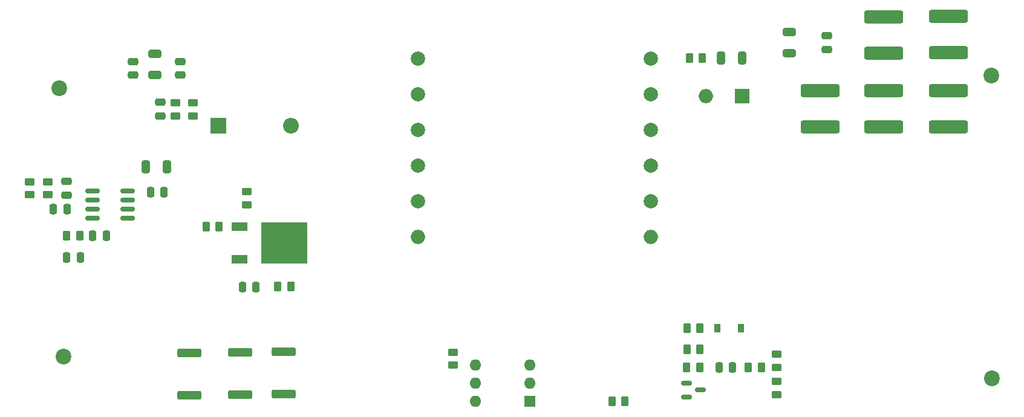
<source format=gbr>
%TF.GenerationSoftware,KiCad,Pcbnew,(6.0.10)*%
%TF.CreationDate,2023-06-11T20:59:40+03:00*%
%TF.ProjectId,flyback,666c7962-6163-46b2-9e6b-696361645f70,rev?*%
%TF.SameCoordinates,Original*%
%TF.FileFunction,Soldermask,Top*%
%TF.FilePolarity,Negative*%
%FSLAX46Y46*%
G04 Gerber Fmt 4.6, Leading zero omitted, Abs format (unit mm)*
G04 Created by KiCad (PCBNEW (6.0.10)) date 2023-06-11 20:59:40*
%MOMM*%
%LPD*%
G01*
G04 APERTURE LIST*
G04 Aperture macros list*
%AMRoundRect*
0 Rectangle with rounded corners*
0 $1 Rounding radius*
0 $2 $3 $4 $5 $6 $7 $8 $9 X,Y pos of 4 corners*
0 Add a 4 corners polygon primitive as box body*
4,1,4,$2,$3,$4,$5,$6,$7,$8,$9,$2,$3,0*
0 Add four circle primitives for the rounded corners*
1,1,$1+$1,$2,$3*
1,1,$1+$1,$4,$5*
1,1,$1+$1,$6,$7*
1,1,$1+$1,$8,$9*
0 Add four rect primitives between the rounded corners*
20,1,$1+$1,$2,$3,$4,$5,0*
20,1,$1+$1,$4,$5,$6,$7,0*
20,1,$1+$1,$6,$7,$8,$9,0*
20,1,$1+$1,$8,$9,$2,$3,0*%
G04 Aperture macros list end*
%ADD10RoundRect,0.250000X-2.450000X0.650000X-2.450000X-0.650000X2.450000X-0.650000X2.450000X0.650000X0*%
%ADD11RoundRect,0.250000X-0.325000X-0.650000X0.325000X-0.650000X0.325000X0.650000X-0.325000X0.650000X0*%
%ADD12RoundRect,0.250000X-0.250000X-0.475000X0.250000X-0.475000X0.250000X0.475000X-0.250000X0.475000X0*%
%ADD13C,2.200000*%
%ADD14RoundRect,0.250000X-0.650000X0.325000X-0.650000X-0.325000X0.650000X-0.325000X0.650000X0.325000X0*%
%ADD15RoundRect,0.250000X-0.450000X0.262500X-0.450000X-0.262500X0.450000X-0.262500X0.450000X0.262500X0*%
%ADD16RoundRect,0.250000X0.475000X-0.250000X0.475000X0.250000X-0.475000X0.250000X-0.475000X-0.250000X0*%
%ADD17RoundRect,0.250000X0.250000X0.475000X-0.250000X0.475000X-0.250000X-0.475000X0.250000X-0.475000X0*%
%ADD18RoundRect,0.250000X-0.475000X0.250000X-0.475000X-0.250000X0.475000X-0.250000X0.475000X0.250000X0*%
%ADD19RoundRect,0.250000X0.325000X0.650000X-0.325000X0.650000X-0.325000X-0.650000X0.325000X-0.650000X0*%
%ADD20RoundRect,0.250000X0.262500X0.450000X-0.262500X0.450000X-0.262500X-0.450000X0.262500X-0.450000X0*%
%ADD21RoundRect,0.150000X-0.825000X-0.150000X0.825000X-0.150000X0.825000X0.150000X-0.825000X0.150000X0*%
%ADD22RoundRect,0.250000X2.450000X-0.650000X2.450000X0.650000X-2.450000X0.650000X-2.450000X-0.650000X0*%
%ADD23RoundRect,0.250000X-1.425000X0.362500X-1.425000X-0.362500X1.425000X-0.362500X1.425000X0.362500X0*%
%ADD24R,0.900000X1.200000*%
%ADD25RoundRect,0.250000X0.450000X-0.262500X0.450000X0.262500X-0.450000X0.262500X-0.450000X-0.262500X0*%
%ADD26R,1.600000X1.600000*%
%ADD27O,1.600000X1.600000*%
%ADD28RoundRect,0.250000X-0.262500X-0.450000X0.262500X-0.450000X0.262500X0.450000X-0.262500X0.450000X0*%
%ADD29R,2.200000X2.200000*%
%ADD30O,2.200000X2.200000*%
%ADD31RoundRect,0.150000X-0.587500X-0.150000X0.587500X-0.150000X0.587500X0.150000X-0.587500X0.150000X0*%
%ADD32R,2.200000X1.200000*%
%ADD33R,6.400000X5.800000*%
%ADD34O,2.000000X2.000000*%
%ADD35C,2.000000*%
%ADD36R,2.000000X2.000000*%
G04 APERTURE END LIST*
D10*
%TO.C,C13*%
X220853000Y-65395000D03*
X220853000Y-70495000D03*
%TD*%
D11*
%TO.C,C12*%
X198042000Y-71120000D03*
X200992000Y-71120000D03*
%TD*%
D12*
%TO.C,C3*%
X110097250Y-95993000D03*
X111997250Y-95993000D03*
%TD*%
D13*
%TO.C,H2*%
X105435400Y-75412600D03*
%TD*%
D14*
%TO.C,C8*%
X118795800Y-70584800D03*
X118795800Y-73534800D03*
%TD*%
D15*
%TO.C,R6*%
X131699000Y-89891500D03*
X131699000Y-91716500D03*
%TD*%
%TO.C,R4*%
X121691400Y-77421100D03*
X121691400Y-79246100D03*
%TD*%
D16*
%TO.C,C2*%
X106459000Y-90339000D03*
X106459000Y-88439000D03*
%TD*%
D15*
%TO.C,R5*%
X124129800Y-77421100D03*
X124129800Y-79246100D03*
%TD*%
D17*
%TO.C,C5*%
X120101400Y-89916000D03*
X118201400Y-89916000D03*
%TD*%
D18*
%TO.C,C4*%
X115773200Y-71643200D03*
X115773200Y-73543200D03*
%TD*%
D13*
%TO.C,H3*%
X235864400Y-73558400D03*
%TD*%
D19*
%TO.C,C7*%
X120499400Y-86385400D03*
X117549400Y-86385400D03*
%TD*%
D18*
%TO.C,C19*%
X212877400Y-68036400D03*
X212877400Y-69936400D03*
%TD*%
%TO.C,C10*%
X119608600Y-77358200D03*
X119608600Y-79258200D03*
%TD*%
D20*
%TO.C,R16*%
X195120900Y-111912400D03*
X193295900Y-111912400D03*
%TD*%
D13*
%TO.C,H4*%
X236016800Y-116052600D03*
%TD*%
D21*
%TO.C,U1*%
X110072400Y-89789000D03*
X110072400Y-91059000D03*
X110072400Y-92329000D03*
X110072400Y-93599000D03*
X115022400Y-93599000D03*
X115022400Y-92329000D03*
X115022400Y-91059000D03*
X115022400Y-89789000D03*
%TD*%
D20*
%TO.C,R10*%
X137859100Y-103124000D03*
X136034100Y-103124000D03*
%TD*%
D15*
%TO.C,R1*%
X101252000Y-88476500D03*
X101252000Y-90301500D03*
%TD*%
%TO.C,R19*%
X205867000Y-116435500D03*
X205867000Y-118260500D03*
%TD*%
D22*
%TO.C,C15*%
X211963000Y-80782000D03*
X211963000Y-75682000D03*
%TD*%
D20*
%TO.C,R13*%
X184603400Y-119253000D03*
X182778400Y-119253000D03*
%TD*%
D23*
%TO.C,R9*%
X136880600Y-112328100D03*
X136880600Y-118253100D03*
%TD*%
D24*
%TO.C,D3*%
X197587600Y-108991400D03*
X200887600Y-108991400D03*
%TD*%
D25*
%TO.C,R11*%
X160578800Y-114171100D03*
X160578800Y-112346100D03*
%TD*%
D26*
%TO.C,U2*%
X171313000Y-119238000D03*
D27*
X171313000Y-116698000D03*
X171313000Y-114158000D03*
X163693000Y-114158000D03*
X163693000Y-116698000D03*
X163693000Y-119238000D03*
%TD*%
D28*
%TO.C,R20*%
X125985900Y-94767400D03*
X127810900Y-94767400D03*
%TD*%
D29*
%TO.C,D1*%
X127733000Y-80626000D03*
D30*
X137893000Y-80626000D03*
%TD*%
D14*
%TO.C,C20*%
X207645000Y-67486000D03*
X207645000Y-70436000D03*
%TD*%
D28*
%TO.C,R15*%
X193295900Y-108991400D03*
X195120900Y-108991400D03*
%TD*%
D13*
%TO.C,H1*%
X106019600Y-112928400D03*
%TD*%
D31*
%TO.C,U3*%
X193269000Y-116702800D03*
X193269000Y-118602800D03*
X195144000Y-117652800D03*
%TD*%
D12*
%TO.C,C14*%
X197805000Y-114477800D03*
X199705000Y-114477800D03*
%TD*%
D28*
%TO.C,R12*%
X193651500Y-71120000D03*
X195476500Y-71120000D03*
%TD*%
D23*
%TO.C,R8*%
X123672600Y-112455100D03*
X123672600Y-118380100D03*
%TD*%
D32*
%TO.C,Q1*%
X130623200Y-94773400D03*
D33*
X136923200Y-97053400D03*
D32*
X130623200Y-99333400D03*
%TD*%
D18*
%TO.C,C6*%
X122326400Y-71643200D03*
X122326400Y-73543200D03*
%TD*%
D28*
%TO.C,R17*%
X201906500Y-114477800D03*
X203731500Y-114477800D03*
%TD*%
D15*
%TO.C,R18*%
X205841600Y-112650900D03*
X205841600Y-114475900D03*
%TD*%
D22*
%TO.C,C17*%
X229870000Y-80782000D03*
X229870000Y-75682000D03*
%TD*%
D12*
%TO.C,C11*%
X131079200Y-103200200D03*
X132979200Y-103200200D03*
%TD*%
D28*
%TO.C,R3*%
X106451750Y-95993000D03*
X108276750Y-95993000D03*
%TD*%
D12*
%TO.C,C9*%
X104620000Y-92310000D03*
X106520000Y-92310000D03*
%TD*%
D34*
%TO.C,T1*%
X155629800Y-96186000D03*
D35*
X155629800Y-91186000D03*
X155629800Y-86186000D03*
X155629800Y-81186000D03*
X155629800Y-76186000D03*
X155629800Y-71186000D03*
X188229800Y-71186000D03*
X188229800Y-76186000D03*
X188229800Y-81186000D03*
X188229800Y-86186000D03*
X188229800Y-91186000D03*
D34*
X188229800Y-96186000D03*
%TD*%
D10*
%TO.C,C16*%
X229870000Y-65268000D03*
X229870000Y-70368000D03*
%TD*%
D25*
%TO.C,R2*%
X103792000Y-90301500D03*
X103792000Y-88476500D03*
%TD*%
D23*
%TO.C,R7*%
X130759200Y-112353500D03*
X130759200Y-118278500D03*
%TD*%
D28*
%TO.C,R14*%
X193270500Y-114477800D03*
X195095500Y-114477800D03*
%TD*%
D22*
%TO.C,C18*%
X220853000Y-80782000D03*
X220853000Y-75682000D03*
%TD*%
D12*
%TO.C,C1*%
X106459000Y-99041000D03*
X108359000Y-99041000D03*
%TD*%
D36*
%TO.C,D2*%
X201041000Y-76510000D03*
D34*
X195961000Y-76510000D03*
%TD*%
M02*

</source>
